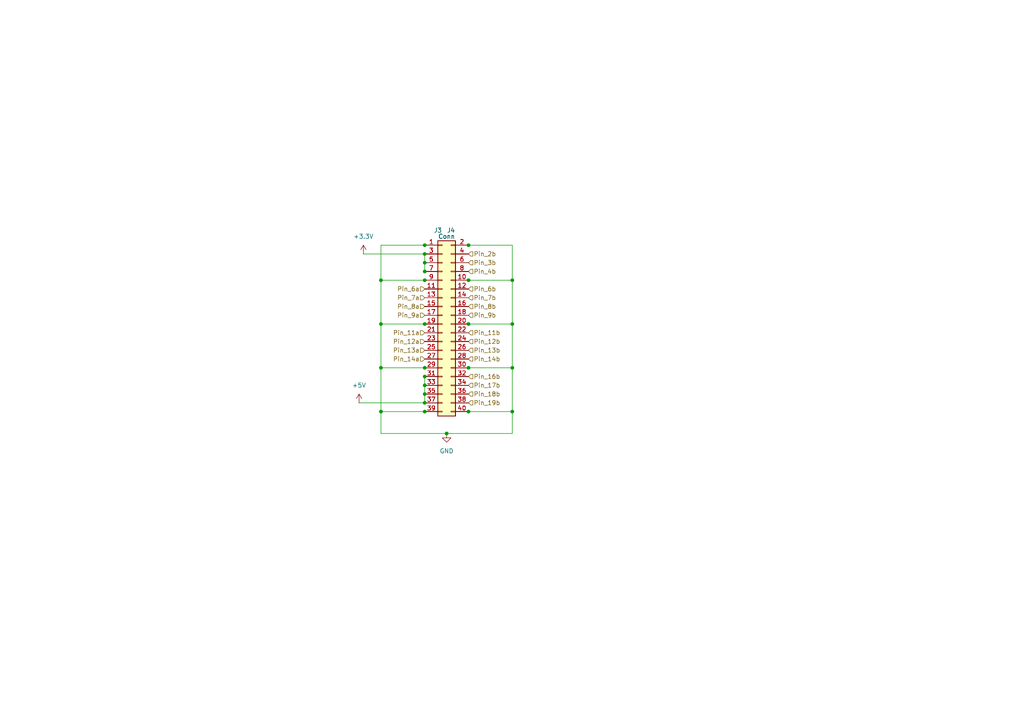
<source format=kicad_sch>
(kicad_sch (version 20250114) (generator "eeschema") (generator_version "9.0")
  (paper "A4")
  (lib_symbols
    (symbol "Connector_Generic:Conn_02x20_Odd_Even" (pin_names (offset 1.016) (hide yes))
      (property "Reference" "J" (at 1.27 25.4 0))
      (property "Value" "Conn_02x20_Odd_Even" (at 1.27 -27.94 0))
      (symbol "Conn_02x20_Odd_Even_1_1"
        (rectangle (start -1.27 24.13) (end 3.81 -26.67) (stroke (width 0.254)) (fill (type background)))
        (rectangle (start -1.27 22.987) (end 0 22.733) (stroke (width 0.1524)))
        (rectangle (start -1.27 20.447) (end 0 20.193) (stroke (width 0.1524)))
        (rectangle (start -1.27 17.907) (end 0 17.653) (stroke (width 0.1524)))
        (rectangle (start -1.27 15.367) (end 0 15.113) (stroke (width 0.1524)))
        (rectangle (start -1.27 12.827) (end 0 12.573) (stroke (width 0.1524)))
        (rectangle (start -1.27 10.287) (end 0 10.033) (stroke (width 0.1524)))
        (rectangle (start -1.27 7.747) (end 0 7.493) (stroke (width 0.1524)))
        (rectangle (start -1.27 5.207) (end 0 4.953) (stroke (width 0.1524)))
        (rectangle (start -1.27 2.667) (end 0 2.413) (stroke (width 0.1524)))
        (rectangle (start -1.27 0.127) (end 0 -0.127) (stroke (width 0.1524)))
        (rectangle (start -1.27 -2.413) (end 0 -2.667) (stroke (width 0.1524)))
        (rectangle (start -1.27 -4.953) (end 0 -5.207) (stroke (width 0.1524)))
        (rectangle (start -1.27 -7.493) (end 0 -7.747) (stroke (width 0.1524)))
        (rectangle (start -1.27 -10.033) (end 0 -10.287) (stroke (width 0.1524)))
        (rectangle (start -1.27 -12.573) (end 0 -12.827) (stroke (width 0.1524)))
        (rectangle (start -1.27 -15.113) (end 0 -15.367) (stroke (width 0.1524)))
        (rectangle (start -1.27 -17.653) (end 0 -17.907) (stroke (width 0.1524)))
        (rectangle (start -1.27 -20.193) (end 0 -20.447) (stroke (width 0.1524)))
        (rectangle (start -1.27 -22.733) (end 0 -22.987) (stroke (width 0.1524)))
        (rectangle (start -1.27 -25.273) (end 0 -25.527) (stroke (width 0.1524)))
        (rectangle (start 3.81 22.987) (end 2.54 22.733) (stroke (width 0.1524)))
        (rectangle (start 3.81 20.447) (end 2.54 20.193) (stroke (width 0.1524)))
        (rectangle (start 3.81 17.907) (end 2.54 17.653) (stroke (width 0.1524)))
        (rectangle (start 3.81 15.367) (end 2.54 15.113) (stroke (width 0.1524)))
        (rectangle (start 3.81 12.827) (end 2.54 12.573) (stroke (width 0.1524)))
        (rectangle (start 3.81 10.287) (end 2.54 10.033) (stroke (width 0.1524)))
        (rectangle (start 3.81 7.747) (end 2.54 7.493) (stroke (width 0.1524)))
        (rectangle (start 3.81 5.207) (end 2.54 4.953) (stroke (width 0.1524)))
        (rectangle (start 3.81 2.667) (end 2.54 2.413) (stroke (width 0.1524)))
        (rectangle (start 3.81 0.127) (end 2.54 -0.127) (stroke (width 0.1524)))
        (rectangle (start 3.81 -2.413) (end 2.54 -2.667) (stroke (width 0.1524)))
        (rectangle (start 3.81 -4.953) (end 2.54 -5.207) (stroke (width 0.1524)))
        (rectangle (start 3.81 -7.493) (end 2.54 -7.747) (stroke (width 0.1524)))
        (rectangle (start 3.81 -10.033) (end 2.54 -10.287) (stroke (width 0.1524)))
        (rectangle (start 3.81 -12.573) (end 2.54 -12.827) (stroke (width 0.1524)))
        (rectangle (start 3.81 -15.113) (end 2.54 -15.367) (stroke (width 0.1524)))
        (rectangle (start 3.81 -17.653) (end 2.54 -17.907) (stroke (width 0.1524)))
        (rectangle (start 3.81 -20.193) (end 2.54 -20.447) (stroke (width 0.1524)))
        (rectangle (start 3.81 -22.733) (end 2.54 -22.987) (stroke (width 0.1524)))
        (rectangle (start 3.81 -25.273) (end 2.54 -25.527) (stroke (width 0.1524)))
        (pin passive line (at -5.08 22.86 0) (length 3.81) (name "Pin_1") (number "1"))
        (pin passive line (at -5.08 20.32 0) (length 3.81) (name "Pin_3") (number "3"))
        (pin passive line (at -5.08 17.78 0) (length 3.81) (name "Pin_5") (number "5"))
        (pin passive line (at -5.08 15.24 0) (length 3.81) (name "Pin_7") (number "7"))
        (pin passive line (at -5.08 12.7 0) (length 3.81) (name "Pin_9") (number "9"))
        (pin passive line (at -5.08 10.16 0) (length 3.81) (name "Pin_11") (number "11"))
        (pin passive line (at -5.08 7.62 0) (length 3.81) (name "Pin_13") (number "13"))
        (pin passive line (at -5.08 5.08 0) (length 3.81) (name "Pin_15") (number "15"))
        (pin passive line (at -5.08 2.54 0) (length 3.81) (name "Pin_17") (number "17"))
        (pin passive line (at -5.08 0 0) (length 3.81) (name "Pin_19") (number "19"))
        (pin passive line (at -5.08 -2.54 0) (length 3.81) (name "Pin_21") (number "21"))
        (pin passive line (at -5.08 -5.08 0) (length 3.81) (name "Pin_23") (number "23"))
        (pin passive line (at -5.08 -7.62 0) (length 3.81) (name "Pin_25") (number "25"))
        (pin passive line (at -5.08 -10.16 0) (length 3.81) (name "Pin_27") (number "27"))
        (pin passive line (at -5.08 -12.7 0) (length 3.81) (name "Pin_29") (number "29"))
        (pin passive line (at -5.08 -15.24 0) (length 3.81) (name "Pin_31") (number "31"))
        (pin passive line (at -5.08 -17.78 0) (length 3.81) (name "Pin_33") (number "33"))
        (pin passive line (at -5.08 -20.32 0) (length 3.81) (name "Pin_35") (number "35"))
        (pin passive line (at -5.08 -22.86 0) (length 3.81) (name "Pin_37") (number "37"))
        (pin passive line (at -5.08 -25.4 0) (length 3.81) (name "Pin_39") (number "39"))
        (pin passive line (at 7.62 22.86 180) (length 3.81) (name "Pin_2") (number "2"))
        (pin passive line (at 7.62 20.32 180) (length 3.81) (name "Pin_4") (number "4"))
        (pin passive line (at 7.62 17.78 180) (length 3.81) (name "Pin_6") (number "6"))
        (pin passive line (at 7.62 15.24 180) (length 3.81) (name "Pin_8") (number "8"))
        (pin passive line (at 7.62 12.7 180) (length 3.81) (name "Pin_10") (number "10"))
        (pin passive line (at 7.62 10.16 180) (length 3.81) (name "Pin_12") (number "12"))
        (pin passive line (at 7.62 7.62 180) (length 3.81) (name "Pin_14") (number "14"))
        (pin passive line (at 7.62 5.08 180) (length 3.81) (name "Pin_16") (number "16"))
        (pin passive line (at 7.62 2.54 180) (length 3.81) (name "Pin_18") (number "18"))
        (pin passive line (at 7.62 0 180) (length 3.81) (name "Pin_20") (number "20"))
        (pin passive line (at 7.62 -2.54 180) (length 3.81) (name "Pin_22") (number "22"))
        (pin passive line (at 7.62 -5.08 180) (length 3.81) (name "Pin_24") (number "24"))
        (pin passive line (at 7.62 -7.62 180) (length 3.81) (name "Pin_26") (number "26"))
        (pin passive line (at 7.62 -10.16 180) (length 3.81) (name "Pin_28") (number "28"))
        (pin passive line (at 7.62 -12.7 180) (length 3.81) (name "Pin_30") (number "30"))
        (pin passive line (at 7.62 -15.24 180) (length 3.81) (name "Pin_32") (number "32"))
        (pin passive line (at 7.62 -17.78 180) (length 3.81) (name "Pin_34") (number "34"))
        (pin passive line (at 7.62 -20.32 180) (length 3.81) (name "Pin_36") (number "36"))
        (pin passive line (at 7.62 -22.86 180) (length 3.81) (name "Pin_38") (number "38"))
        (pin passive line (at 7.62 -25.4 180) (length 3.81) (name "Pin_40") (number "40"))
      )
    )
    (symbol "power:+3.3V" (power) (pin_numbers (hide yes)) (pin_names (offset 0) (hide yes))
      (property "Value" "+3.3V" (at 0 3.556 0))
      (symbol "+3.3V_0_1"
        (polyline (pts (xy -0.762 1.27) (xy 0 2.54)))
        (polyline (pts (xy 0 2.54) (xy 0.762 1.27)))
        (polyline (pts (xy 0 0) (xy 0 2.54)))
      )
      (symbol "+3.3V_1_1"
        (pin power_in line (at 0 0 90) (length 0) (name "~") (number "1"))
      )
    )
    (symbol "power:+5V" (power) (pin_numbers (hide yes)) (pin_names (offset 0) (hide yes))
      (property "Value" "+5V" (at 0 3.556 0))
      (symbol "+5V_0_1"
        (polyline (pts (xy -0.762 1.27) (xy 0 2.54)))
        (polyline (pts (xy 0 2.54) (xy 0.762 1.27)))
        (polyline (pts (xy 0 0) (xy 0 2.54)))
      )
      (symbol "+5V_1_1"
        (pin power_in line (at 0 0 90) (length 0) (name "~") (number "1"))
      )
    )
    (symbol "power:GND" (power) (pin_numbers (hide yes)) (pin_names (offset 0) (hide yes))
      (property "Value" "GND" (at 0 -3.81 0))
      (symbol "GND_0_1"
        (polyline (pts (xy 0 0) (xy 0 -1.27) (xy 1.27 -1.27) (xy 0 -2.54) (xy -1.27 -1.27) (xy 0 -1.27)))
      )
      (symbol "GND_1_1"
        (pin power_in line (at 0 0 270) (length 0) (name "~") (number "1"))
      )
    )
  )
  (junction (at 148.59 106.68))
  (junction (at 123.19 93.98))
  (junction (at 123.19 71.12))
  (junction (at 135.89 81.28))
  (junction (at 110.49 93.98))
  (junction (at 135.89 106.68))
  (junction (at 110.49 106.68))
  (junction (at 123.19 106.68))
  (junction (at 123.19 73.66))
  (junction (at 135.89 71.12))
  (junction (at 135.89 93.98))
  (junction (at 129.54 125.73))
  (junction (at 123.19 109.22))
  (junction (at 123.19 78.74))
  (junction (at 148.59 93.98))
  (junction (at 123.19 111.76))
  (junction (at 123.19 116.84))
  (junction (at 123.19 114.3))
  (junction (at 148.59 81.28))
  (junction (at 110.49 119.38))
  (junction (at 123.19 119.38))
  (junction (at 123.19 81.28))
  (junction (at 135.89 119.38))
  (junction (at 110.49 81.28))
  (junction (at 123.19 76.2))
  (junction (at 148.59 119.38))
  (wire (pts (xy 123.19 73.66) (xy 123.19 76.2)))
  (wire (pts (xy 110.49 119.38) (xy 110.49 125.73)))
  (wire (pts (xy 148.59 106.68) (xy 148.59 119.38)))
  (wire (pts (xy 148.59 71.12) (xy 148.59 81.28)))
  (wire (pts (xy 123.19 111.76) (xy 123.19 114.3)))
  (wire (pts (xy 148.59 93.98) (xy 135.89 93.98)))
  (wire (pts (xy 123.19 116.84) (xy 104.14 116.84)))
  (wire (pts (xy 105.41 73.66) (xy 123.19 73.66)))
  (wire (pts (xy 110.49 71.12) (xy 110.49 81.28)))
  (wire (pts (xy 110.49 119.38) (xy 123.19 119.38)))
  (wire (pts (xy 110.49 106.68) (xy 123.19 106.68)))
  (wire (pts (xy 110.49 125.73) (xy 129.54 125.73)))
  (wire (pts (xy 110.49 93.98) (xy 110.49 106.68)))
  (wire (pts (xy 148.59 81.28) (xy 135.89 81.28)))
  (wire (pts (xy 110.49 81.28) (xy 110.49 93.98)))
  (wire (pts (xy 123.19 109.22) (xy 123.19 111.76)))
  (wire (pts (xy 110.49 106.68) (xy 110.49 119.38)))
  (wire (pts (xy 123.19 114.3) (xy 123.19 116.84)))
  (wire (pts (xy 148.59 106.68) (xy 135.89 106.68)))
  (wire (pts (xy 110.49 81.28) (xy 123.19 81.28)))
  (wire (pts (xy 148.59 93.98) (xy 148.59 106.68)))
  (wire (pts (xy 129.54 125.73) (xy 148.59 125.73)))
  (wire (pts (xy 110.49 71.12) (xy 123.19 71.12)))
  (wire (pts (xy 148.59 119.38) (xy 148.59 125.73)))
  (wire (pts (xy 148.59 71.12) (xy 135.89 71.12)))
  (wire (pts (xy 110.49 93.98) (xy 123.19 93.98)))
  (wire (pts (xy 148.59 81.28) (xy 148.59 93.98)))
  (wire (pts (xy 148.59 119.38) (xy 135.89 119.38)))
  (wire (pts (xy 123.19 76.2) (xy 123.19 78.74)))
  (hierarchical_label "Pin_17b" (shape input) (at 135.89 111.76 0))
  (hierarchical_label "Pin_9a" (shape input) (at 123.19 91.44 180))
  (hierarchical_label "Pin_3b" (shape input) (at 135.89 76.2 0))
  (hierarchical_label "Pin_19b" (shape input) (at 135.89 116.84 0))
  (hierarchical_label "Pin_11b" (shape input) (at 135.89 96.52 0))
  (hierarchical_label "Pin_6b" (shape input) (at 135.89 83.82 0))
  (hierarchical_label "Pin_13a" (shape input) (at 123.19 101.6 180))
  (hierarchical_label "Pin_18b" (shape input) (at 135.89 114.3 0))
  (hierarchical_label "Pin_16b" (shape input) (at 135.89 109.22 0))
  (hierarchical_label "Pin_8a" (shape input) (at 123.19 88.9 180))
  (hierarchical_label "Pin_6a" (shape input) (at 123.19 83.82 180))
  (hierarchical_label "Pin_7a" (shape input) (at 123.19 86.36 180))
  (hierarchical_label "Pin_12b" (shape input) (at 135.89 99.06 0))
  (hierarchical_label "Pin_14b" (shape input) (at 135.89 104.14 0))
  (hierarchical_label "Pin_13b" (shape input) (at 135.89 101.6 0))
  (hierarchical_label "Pin_9b" (shape input) (at 135.89 91.44 0))
  (hierarchical_label "Pin_12a" (shape input) (at 123.19 99.06 180))
  (hierarchical_label "Pin_2b" (shape input) (at 135.89 73.66 0))
  (hierarchical_label "Pin_14a" (shape input) (at 123.19 104.14 180))
  (hierarchical_label "Pin_7b" (shape input) (at 135.89 86.36 0))
  (hierarchical_label "Pin_11a" (shape input) (at 123.19 96.52 180))
  (hierarchical_label "Pin_8b" (shape input) (at 135.89 88.9 0))
  (hierarchical_label "Pin_4b" (shape input) (at 135.89 78.74 0))
  (symbol (lib_id "power:+3.3V") (at 105.41 73.66 0) (unit 1)
    (property "Reference" "#PWR031" (effects (hide yes)))
    (property "Value" "+3.3V" (at 105.41 68.58 0))
    (property "Description" "Power symbol creates a global label with name \"+3.3V\"" (effects (hide yes)))
  )
  (symbol (lib_id "Connector_Generic:Conn_02x20_Odd_Even") (at 128.27 93.98 0) (unit 1)
    (property "Reference" "J3" (at 127 66.802 0))
    (property "Value" "Conn" (at 129.54 68.58 0))
    (property "Footprint" "Connector_PinHeader_2.00mm:PinHeader_2x20_P2.00mm_Vertical" (effects (hide yes)))
    (property "Description" "Generic connector, double row, 02x20, odd/even pin numbering scheme (row 1 odd numbers, row 2 even numbers), script generated (kicad-library-utils/schlib/autogen/connector/)" (effects (hide yes)))
  )
  (symbol (lib_id "Connector_Generic:Conn_02x20_Odd_Even") (at 128.27 93.98 0) (unit 1)
    (property "Reference" "J4" (at 130.81 66.802 0))
    (property "Value" "Conn" (at 129.54 68.58 0))
    (property "Footprint" "Connector_PinSocket_2.00mm:PinSocket_2x20_P2.00mm_Vertical" (effects (hide yes)))
    (property "Description" "Generic connector, double row, 02x20, odd/even pin numbering scheme (row 1 odd numbers, row 2 even numbers), script generated (kicad-library-utils/schlib/autogen/connector/)" (effects (hide yes)))
  )
  (symbol (lib_id "power:GND") (at 129.54 125.73 0) (unit 1)
    (property "Reference" "#PWR032" (effects (hide yes)))
    (property "Value" "GND" (at 129.54 130.81 0))
    (property "Description" "Power symbol creates a global label with name \"GND\" , ground" (effects (hide yes)))
  )
  (symbol (lib_id "power:+5V") (at 104.14 116.84 0) (mirror y) (unit 1)
    (property "Reference" "#PWR030" (effects (hide yes)))
    (property "Value" "+5V" (at 104.14 111.76 0))
    (property "Description" "Power symbol creates a global label with name \"+5V\"" (effects (hide yes)))
  )
)
</source>
